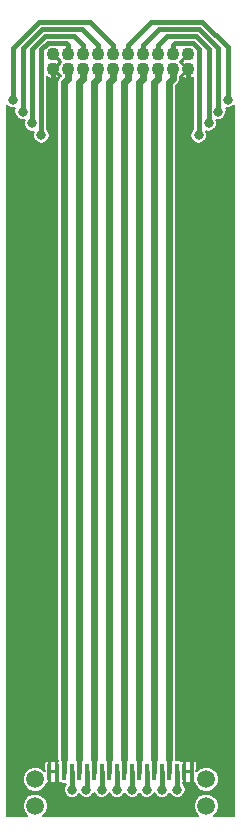
<source format=gtl>
G04 #@! TF.FileFunction,Copper,L1,Top,Signal*
%FSLAX46Y46*%
G04 Gerber Fmt 4.6, Leading zero omitted, Abs format (unit mm)*
G04 Created by KiCad (PCBNEW 4.1.0-alpha+201605071002+6776~44~ubuntu14.04.1-product) date Wed 29 Jun 2016 00:07:10 BST*
%MOMM*%
%LPD*%
G01*
G04 APERTURE LIST*
%ADD10C,0.100000*%
%ADD11C,1.500000*%
%ADD12R,0.380000X1.400000*%
%ADD13C,1.100000*%
%ADD14C,0.800000*%
%ADD15C,0.400000*%
%ADD16C,0.250000*%
%ADD17C,0.600000*%
%ADD18C,0.200000*%
G04 APERTURE END LIST*
D10*
D11*
X148760500Y-126540000D03*
X163239500Y-126540000D03*
X148760500Y-128790000D03*
X163239500Y-128790000D03*
D12*
X162032500Y-125890000D03*
X161397500Y-125890000D03*
X160762500Y-125890000D03*
X160127500Y-125890000D03*
X159492500Y-125890000D03*
X158857500Y-125890000D03*
X158222500Y-125890000D03*
X157587500Y-125890000D03*
X156952500Y-125890000D03*
X156317500Y-125890000D03*
X155682500Y-125890000D03*
X155047500Y-125890000D03*
X154412500Y-125890000D03*
X153777500Y-125890000D03*
X153142500Y-125890000D03*
X152507500Y-125890000D03*
X151872500Y-125890000D03*
X151237500Y-125890000D03*
X150602500Y-125890000D03*
X149967500Y-125890000D03*
D13*
X161715000Y-65159000D03*
X161715000Y-66429000D03*
X160445000Y-65159000D03*
X160445000Y-66429000D03*
X159175000Y-65159000D03*
X159175000Y-66429000D03*
X157905000Y-65159000D03*
X157905000Y-66429000D03*
X156635000Y-65159000D03*
X156635000Y-66429000D03*
X155365000Y-65159000D03*
X155365000Y-66429000D03*
X154095000Y-65159000D03*
X154095000Y-66429000D03*
X152825000Y-65159000D03*
X152825000Y-66429000D03*
X151555000Y-65159000D03*
X151555000Y-66429000D03*
X150285000Y-65159000D03*
X150285000Y-66429000D03*
D14*
X161715000Y-68000000D03*
X150285000Y-68000000D03*
X163000000Y-124000000D03*
X162000000Y-128000000D03*
X150000000Y-128000000D03*
X149000000Y-124000000D03*
X162500000Y-120000000D03*
X162500000Y-115000000D03*
X162500000Y-110000000D03*
X162500000Y-105000000D03*
X162500000Y-100000000D03*
X162500000Y-95000000D03*
X162500000Y-90000000D03*
X162500000Y-85000000D03*
X162500000Y-80000000D03*
X162500000Y-75000000D03*
X150000000Y-120000000D03*
X150000000Y-115000000D03*
X150000000Y-110000000D03*
X150000000Y-105000000D03*
X150000000Y-100000000D03*
X150000000Y-95000000D03*
X150000000Y-90000000D03*
X150000000Y-85000000D03*
X150000000Y-80000000D03*
X150000000Y-75000000D03*
X162615010Y-72000000D03*
X160800000Y-127400000D03*
X163465011Y-71000000D03*
X159500000Y-127400000D03*
X164265021Y-70000000D03*
X158200000Y-127400000D03*
X165065031Y-69000000D03*
X157000000Y-127400000D03*
X146899970Y-69000000D03*
X155700000Y-127400000D03*
X147699980Y-70000000D03*
X154400000Y-127400000D03*
X148499990Y-71000000D03*
X153100000Y-127400000D03*
X149300000Y-72000000D03*
X151900000Y-127400000D03*
D15*
X161715000Y-66429000D02*
X161715000Y-68000000D01*
X161715000Y-68000000D02*
X161715000Y-74215000D01*
X150285000Y-66429000D02*
X150285000Y-68000000D01*
X150285000Y-68000000D02*
X150285000Y-74715000D01*
D16*
X162032500Y-125890000D02*
X162032500Y-124967500D01*
X162032500Y-124967500D02*
X163000000Y-124000000D01*
X162032500Y-125890000D02*
X162032500Y-127967500D01*
X162032500Y-127967500D02*
X162000000Y-128000000D01*
X150602500Y-125890000D02*
X150602500Y-127397500D01*
X150602500Y-127397500D02*
X150000000Y-128000000D01*
X149967500Y-125890000D02*
X149967500Y-124967500D01*
X149967500Y-124967500D02*
X149000000Y-124000000D01*
D15*
X162500000Y-110000000D02*
X162500000Y-115000000D01*
X162500000Y-100000000D02*
X162500000Y-105000000D01*
X162500000Y-90000000D02*
X162500000Y-95000000D01*
X162500000Y-80000000D02*
X162500000Y-85000000D01*
X161715000Y-74215000D02*
X162500000Y-75000000D01*
X150000000Y-110000000D02*
X150000000Y-115000000D01*
X150000000Y-100000000D02*
X150000000Y-105000000D01*
X150000000Y-90000000D02*
X150000000Y-95000000D01*
X150000000Y-80000000D02*
X150000000Y-85000000D01*
X150285000Y-74715000D02*
X150000000Y-75000000D01*
X160445000Y-65159000D02*
X160445000Y-64381183D01*
X160445000Y-64381183D02*
X160617184Y-64208999D01*
X160617184Y-64208999D02*
X162171001Y-64208999D01*
X162171001Y-64208999D02*
X162665001Y-64702999D01*
X162665001Y-64702999D02*
X162665001Y-71950009D01*
X162665001Y-71950009D02*
X162615010Y-72000000D01*
X160762500Y-125890000D02*
X160762500Y-127362500D01*
X160762500Y-127362500D02*
X160800000Y-127400000D01*
D17*
X160127500Y-67524317D02*
X160445000Y-67206817D01*
X160445000Y-67206817D02*
X160445000Y-66429000D01*
X160127500Y-67524317D02*
X160127500Y-124790000D01*
D15*
X160127500Y-124790000D02*
X160127500Y-125890000D01*
X159175000Y-65159000D02*
X159175000Y-64381183D01*
X159175000Y-64381183D02*
X159947194Y-63608989D01*
X159947194Y-63608989D02*
X162419534Y-63608990D01*
X162419534Y-63608990D02*
X163465011Y-64654467D01*
X163465011Y-64654467D02*
X163465011Y-71000000D01*
X159492500Y-125890000D02*
X159492500Y-127392500D01*
X159492500Y-127392500D02*
X159500000Y-127400000D01*
D17*
X158857500Y-67524317D02*
X159175000Y-67206817D01*
X159175000Y-67206817D02*
X159175000Y-66429000D01*
X158857500Y-67524317D02*
X158857500Y-124790000D01*
D15*
X158857500Y-124790000D02*
X158857500Y-125890000D01*
X157905000Y-65159000D02*
X157905000Y-64381183D01*
X157905000Y-64381183D02*
X159277202Y-63008981D01*
X159277202Y-63008981D02*
X162668067Y-63008981D01*
X162668067Y-63008981D02*
X164265021Y-64605935D01*
X164265021Y-64605935D02*
X164265021Y-70000000D01*
X158222500Y-125890000D02*
X158222500Y-127377500D01*
X158222500Y-127377500D02*
X158200000Y-127400000D01*
D17*
X157587500Y-67524317D02*
X157905000Y-67206817D01*
X157905000Y-67206817D02*
X157905000Y-66429000D01*
X157587500Y-67524317D02*
X157587500Y-124790000D01*
D15*
X157587500Y-124790000D02*
X157587500Y-125890000D01*
X156635000Y-65159000D02*
X156635000Y-64381183D01*
X156635000Y-64381183D02*
X158607212Y-62408971D01*
X158607212Y-62408971D02*
X162916600Y-62408972D01*
X162916600Y-62408972D02*
X165065031Y-64557403D01*
X165065031Y-64557403D02*
X165065031Y-69000000D01*
X156952500Y-125890000D02*
X156952500Y-127352500D01*
X156952500Y-127352500D02*
X157000000Y-127400000D01*
D17*
X156317500Y-67524317D02*
X156635000Y-67206817D01*
X156635000Y-67206817D02*
X156635000Y-66429000D01*
X156317500Y-67524317D02*
X156317500Y-124790000D01*
D15*
X156317500Y-124790000D02*
X156317500Y-125890000D01*
X155365000Y-65159000D02*
X155365000Y-64381183D01*
X155365000Y-64381183D02*
X153392789Y-62408972D01*
X153392789Y-62408972D02*
X149083400Y-62408972D01*
X149083400Y-62408972D02*
X146899970Y-64592402D01*
X146899970Y-64592402D02*
X146899970Y-69000000D01*
X155682500Y-125890000D02*
X155682500Y-127382500D01*
X155682500Y-127382500D02*
X155700000Y-127400000D01*
D17*
X155047500Y-67524317D02*
X155365000Y-67206817D01*
X155365000Y-67206817D02*
X155365000Y-66429000D01*
X155047500Y-67524317D02*
X155047500Y-124790000D01*
D15*
X155047500Y-124790000D02*
X155047500Y-125890000D01*
X154412500Y-125890000D02*
X154412500Y-127387500D01*
X154095000Y-65159000D02*
X154095000Y-64381183D01*
X154095000Y-64381183D02*
X152722798Y-63008981D01*
X152722798Y-63008981D02*
X149331933Y-63008981D01*
X149331933Y-63008981D02*
X147699980Y-64640934D01*
X147699980Y-64640934D02*
X147699980Y-70000000D01*
X154412500Y-127387500D02*
X154400000Y-127400000D01*
D17*
X153777500Y-67524317D02*
X154095000Y-67206817D01*
X154095000Y-67206817D02*
X154095000Y-66429000D01*
X153777500Y-67524317D02*
X153777500Y-124790000D01*
D15*
X153777500Y-124790000D02*
X153777500Y-125890000D01*
X152825000Y-65159000D02*
X152825000Y-64381183D01*
X152825000Y-64381183D02*
X152052807Y-63608990D01*
X152052807Y-63608990D02*
X149580466Y-63608990D01*
X149580466Y-63608990D02*
X148499990Y-64689466D01*
X148499990Y-64689466D02*
X148499990Y-71000000D01*
X153142500Y-125890000D02*
X153142500Y-127357500D01*
X153142500Y-127357500D02*
X153100000Y-127400000D01*
D17*
X152507500Y-67524317D02*
X152825000Y-67206817D01*
X152825000Y-67206817D02*
X152825000Y-66429000D01*
X152507500Y-67524317D02*
X152507500Y-124790000D01*
D15*
X152507500Y-124790000D02*
X152507500Y-125890000D01*
X151555000Y-65159000D02*
X151555000Y-64381183D01*
X151555000Y-64381183D02*
X151382816Y-64208999D01*
X151382816Y-64208999D02*
X149828999Y-64208999D01*
X149828999Y-64208999D02*
X149300000Y-64737998D01*
X149300000Y-64737998D02*
X149300000Y-72000000D01*
X151872500Y-125890000D02*
X151872500Y-127372500D01*
X151872500Y-127372500D02*
X151900000Y-127400000D01*
D17*
X151237500Y-67524317D02*
X151555000Y-67206817D01*
X151555000Y-67206817D02*
X151555000Y-66429000D01*
X151237500Y-67524317D02*
X151237500Y-124790000D01*
D15*
X151237500Y-124790000D02*
X151237500Y-125890000D01*
D18*
G36*
X161799853Y-65144858D02*
X161785711Y-65159000D01*
X161799853Y-65173142D01*
X161729142Y-65243853D01*
X161715000Y-65229711D01*
X161218956Y-65725755D01*
X161251566Y-65794000D01*
X161218956Y-65862245D01*
X161715000Y-66358289D01*
X161729142Y-66344147D01*
X161799853Y-66414858D01*
X161785711Y-66429000D01*
X161799853Y-66443142D01*
X161729142Y-66513853D01*
X161715000Y-66499711D01*
X161218956Y-66995755D01*
X161276912Y-67117042D01*
X161573562Y-67232317D01*
X161891744Y-67225294D01*
X162153088Y-67117042D01*
X162165001Y-67092111D01*
X162165001Y-71460138D01*
X162021925Y-71602964D01*
X161915132Y-71860150D01*
X161914889Y-72138628D01*
X162021233Y-72396000D01*
X162217974Y-72593085D01*
X162475160Y-72699878D01*
X162753638Y-72700121D01*
X163011010Y-72593777D01*
X163208095Y-72397036D01*
X163314888Y-72139850D01*
X163315131Y-71861372D01*
X163232506Y-71661404D01*
X163325161Y-71699878D01*
X163603639Y-71700121D01*
X163861011Y-71593777D01*
X164058096Y-71397036D01*
X164164889Y-71139850D01*
X164165132Y-70861372D01*
X164092860Y-70686461D01*
X164125171Y-70699878D01*
X164403649Y-70700121D01*
X164661021Y-70593777D01*
X164858106Y-70397036D01*
X164964899Y-70139850D01*
X164965142Y-69861372D01*
X164892870Y-69686461D01*
X164925181Y-69699878D01*
X165203659Y-69700121D01*
X165461031Y-69593777D01*
X165625000Y-69430094D01*
X165625000Y-129625000D01*
X163889263Y-129625000D01*
X164129128Y-129385554D01*
X164289318Y-128999774D01*
X164289682Y-128582058D01*
X164130166Y-128196000D01*
X163835054Y-127900372D01*
X163449274Y-127740182D01*
X163031558Y-127739818D01*
X162645500Y-127899334D01*
X162349872Y-128194446D01*
X162189682Y-128580226D01*
X162189318Y-128997942D01*
X162348834Y-129384000D01*
X162589413Y-129625000D01*
X149410263Y-129625000D01*
X149650128Y-129385554D01*
X149810318Y-128999774D01*
X149810682Y-128582058D01*
X149651166Y-128196000D01*
X149356054Y-127900372D01*
X148970274Y-127740182D01*
X148552558Y-127739818D01*
X148166500Y-127899334D01*
X147870872Y-128194446D01*
X147710682Y-128580226D01*
X147710318Y-128997942D01*
X147869834Y-129384000D01*
X148110413Y-129625000D01*
X146375000Y-129625000D01*
X146375000Y-126747942D01*
X147710318Y-126747942D01*
X147869834Y-127134000D01*
X148164946Y-127429628D01*
X148550726Y-127589818D01*
X148968442Y-127590182D01*
X149354500Y-127430666D01*
X149650128Y-127135554D01*
X149772853Y-126840000D01*
X149855000Y-126840000D01*
X149917500Y-126777500D01*
X149917500Y-125940000D01*
X150017500Y-125940000D01*
X150017500Y-126777500D01*
X150080000Y-126840000D01*
X150207228Y-126840000D01*
X150285000Y-126807786D01*
X150362772Y-126840000D01*
X150490000Y-126840000D01*
X150552500Y-126777500D01*
X150552500Y-125940000D01*
X150017500Y-125940000D01*
X149917500Y-125940000D01*
X149897500Y-125940000D01*
X149897500Y-125840000D01*
X149917500Y-125840000D01*
X149917500Y-125002500D01*
X150017500Y-125002500D01*
X150017500Y-125840000D01*
X150552500Y-125840000D01*
X150552500Y-125002500D01*
X150490000Y-124940000D01*
X150362772Y-124940000D01*
X150285000Y-124972214D01*
X150207228Y-124940000D01*
X150080000Y-124940000D01*
X150017500Y-125002500D01*
X149917500Y-125002500D01*
X149855000Y-124940000D01*
X149727772Y-124940000D01*
X149635886Y-124978060D01*
X149565560Y-125048386D01*
X149527500Y-125140272D01*
X149527500Y-125777500D01*
X149589998Y-125839998D01*
X149545349Y-125839998D01*
X149356054Y-125650372D01*
X148970274Y-125490182D01*
X148552558Y-125489818D01*
X148166500Y-125649334D01*
X147870872Y-125944446D01*
X147710682Y-126330226D01*
X147710318Y-126747942D01*
X146375000Y-126747942D01*
X146375000Y-69464927D01*
X146502934Y-69593085D01*
X146760120Y-69699878D01*
X147038598Y-69700121D01*
X147072341Y-69686179D01*
X147000102Y-69860150D01*
X146999859Y-70138628D01*
X147106203Y-70396000D01*
X147302944Y-70593085D01*
X147560130Y-70699878D01*
X147838608Y-70700121D01*
X147872351Y-70686179D01*
X147800112Y-70860150D01*
X147799869Y-71138628D01*
X147906213Y-71396000D01*
X148102954Y-71593085D01*
X148360140Y-71699878D01*
X148638618Y-71700121D01*
X148672361Y-71686179D01*
X148600122Y-71860150D01*
X148599879Y-72138628D01*
X148706223Y-72396000D01*
X148902964Y-72593085D01*
X149160150Y-72699878D01*
X149438628Y-72700121D01*
X149696000Y-72593777D01*
X149893085Y-72397036D01*
X149999878Y-72139850D01*
X150000121Y-71861372D01*
X149893777Y-71604000D01*
X149800000Y-71510059D01*
X149800000Y-67018867D01*
X149846912Y-67117042D01*
X150143562Y-67232317D01*
X150461744Y-67225294D01*
X150723088Y-67117042D01*
X150781044Y-66995755D01*
X150285000Y-66499711D01*
X150270858Y-66513853D01*
X150200147Y-66443142D01*
X150214289Y-66429000D01*
X150200147Y-66414858D01*
X150270858Y-66344147D01*
X150285000Y-66358289D01*
X150781044Y-65862245D01*
X150748434Y-65794000D01*
X150781044Y-65725755D01*
X150285000Y-65229711D01*
X150270858Y-65243853D01*
X150200147Y-65173142D01*
X150214289Y-65159000D01*
X150200147Y-65144858D01*
X150270858Y-65074147D01*
X150285000Y-65088289D01*
X150299142Y-65074147D01*
X150369853Y-65144858D01*
X150355711Y-65159000D01*
X150832166Y-65635455D01*
X150833985Y-65639857D01*
X150987919Y-65794059D01*
X150834826Y-65946885D01*
X150832696Y-65952015D01*
X150355711Y-66429000D01*
X150832166Y-66905455D01*
X150833985Y-66909857D01*
X150918635Y-66994654D01*
X150813236Y-67100053D01*
X150683172Y-67294707D01*
X150637500Y-67524317D01*
X150637500Y-124790000D01*
X150675244Y-124979756D01*
X150652500Y-125002500D01*
X150652500Y-125840000D01*
X150672500Y-125840000D01*
X150672500Y-125940000D01*
X150652500Y-125940000D01*
X150652500Y-126777500D01*
X150715000Y-126840000D01*
X150842228Y-126840000D01*
X150866574Y-126829916D01*
X150930446Y-126872593D01*
X151047500Y-126895877D01*
X151372500Y-126895877D01*
X151372500Y-126937493D01*
X151306915Y-127002964D01*
X151200122Y-127260150D01*
X151199879Y-127538628D01*
X151306223Y-127796000D01*
X151502964Y-127993085D01*
X151760150Y-128099878D01*
X152038628Y-128100121D01*
X152296000Y-127993777D01*
X152493085Y-127797036D01*
X152499885Y-127780660D01*
X152506223Y-127796000D01*
X152702964Y-127993085D01*
X152960150Y-128099878D01*
X153238628Y-128100121D01*
X153496000Y-127993777D01*
X153693085Y-127797036D01*
X153750008Y-127659950D01*
X153806223Y-127796000D01*
X154002964Y-127993085D01*
X154260150Y-128099878D01*
X154538628Y-128100121D01*
X154796000Y-127993777D01*
X154993085Y-127797036D01*
X155050008Y-127659950D01*
X155106223Y-127796000D01*
X155302964Y-127993085D01*
X155560150Y-128099878D01*
X155838628Y-128100121D01*
X156096000Y-127993777D01*
X156293085Y-127797036D01*
X156350008Y-127659950D01*
X156406223Y-127796000D01*
X156602964Y-127993085D01*
X156860150Y-128099878D01*
X157138628Y-128100121D01*
X157396000Y-127993777D01*
X157593085Y-127797036D01*
X157599885Y-127780660D01*
X157606223Y-127796000D01*
X157802964Y-127993085D01*
X158060150Y-128099878D01*
X158338628Y-128100121D01*
X158596000Y-127993777D01*
X158793085Y-127797036D01*
X158850008Y-127659950D01*
X158906223Y-127796000D01*
X159102964Y-127993085D01*
X159360150Y-128099878D01*
X159638628Y-128100121D01*
X159896000Y-127993777D01*
X160093085Y-127797036D01*
X160150008Y-127659950D01*
X160206223Y-127796000D01*
X160402964Y-127993085D01*
X160660150Y-128099878D01*
X160938628Y-128100121D01*
X161196000Y-127993777D01*
X161393085Y-127797036D01*
X161499878Y-127539850D01*
X161500121Y-127261372D01*
X161393777Y-127004000D01*
X161262500Y-126872493D01*
X161262500Y-126840000D01*
X161285000Y-126840000D01*
X161347500Y-126777500D01*
X161347500Y-125940000D01*
X161447500Y-125940000D01*
X161447500Y-126777500D01*
X161510000Y-126840000D01*
X161637228Y-126840000D01*
X161715000Y-126807786D01*
X161792772Y-126840000D01*
X161920000Y-126840000D01*
X161982500Y-126777500D01*
X161982500Y-125940000D01*
X161447500Y-125940000D01*
X161347500Y-125940000D01*
X161327500Y-125940000D01*
X161327500Y-125840000D01*
X161347500Y-125840000D01*
X161347500Y-125002500D01*
X161447500Y-125002500D01*
X161447500Y-125840000D01*
X161982500Y-125840000D01*
X161982500Y-125002500D01*
X162082500Y-125002500D01*
X162082500Y-125840000D01*
X162102500Y-125840000D01*
X162102500Y-125940000D01*
X162082500Y-125940000D01*
X162082500Y-126777500D01*
X162145000Y-126840000D01*
X162227356Y-126840000D01*
X162348834Y-127134000D01*
X162643946Y-127429628D01*
X163029726Y-127589818D01*
X163447442Y-127590182D01*
X163833500Y-127430666D01*
X164129128Y-127135554D01*
X164289318Y-126749774D01*
X164289682Y-126332058D01*
X164130166Y-125946000D01*
X163835054Y-125650372D01*
X163449274Y-125490182D01*
X163031558Y-125489818D01*
X162645500Y-125649334D01*
X162454503Y-125839998D01*
X162410002Y-125839998D01*
X162472500Y-125777500D01*
X162472500Y-125140272D01*
X162434440Y-125048386D01*
X162364114Y-124978060D01*
X162272228Y-124940000D01*
X162145000Y-124940000D01*
X162082500Y-125002500D01*
X161982500Y-125002500D01*
X161920000Y-124940000D01*
X161792772Y-124940000D01*
X161715000Y-124972214D01*
X161637228Y-124940000D01*
X161510000Y-124940000D01*
X161447500Y-125002500D01*
X161347500Y-125002500D01*
X161285000Y-124940000D01*
X161157772Y-124940000D01*
X161133426Y-124950084D01*
X161069554Y-124907407D01*
X160952500Y-124884123D01*
X160708778Y-124884123D01*
X160727500Y-124790000D01*
X160727500Y-67772845D01*
X160869264Y-67631081D01*
X160999328Y-67436427D01*
X161045000Y-67206817D01*
X161045000Y-67031080D01*
X161165174Y-66911115D01*
X161167304Y-66905985D01*
X161644289Y-66429000D01*
X161167834Y-65952545D01*
X161166015Y-65948143D01*
X161012081Y-65793941D01*
X161165174Y-65641115D01*
X161167304Y-65635985D01*
X161644289Y-65159000D01*
X161630147Y-65144858D01*
X161700858Y-65074147D01*
X161715000Y-65088289D01*
X161729142Y-65074147D01*
X161799853Y-65144858D01*
X161799853Y-65144858D01*
G37*
X161799853Y-65144858D02*
X161785711Y-65159000D01*
X161799853Y-65173142D01*
X161729142Y-65243853D01*
X161715000Y-65229711D01*
X161218956Y-65725755D01*
X161251566Y-65794000D01*
X161218956Y-65862245D01*
X161715000Y-66358289D01*
X161729142Y-66344147D01*
X161799853Y-66414858D01*
X161785711Y-66429000D01*
X161799853Y-66443142D01*
X161729142Y-66513853D01*
X161715000Y-66499711D01*
X161218956Y-66995755D01*
X161276912Y-67117042D01*
X161573562Y-67232317D01*
X161891744Y-67225294D01*
X162153088Y-67117042D01*
X162165001Y-67092111D01*
X162165001Y-71460138D01*
X162021925Y-71602964D01*
X161915132Y-71860150D01*
X161914889Y-72138628D01*
X162021233Y-72396000D01*
X162217974Y-72593085D01*
X162475160Y-72699878D01*
X162753638Y-72700121D01*
X163011010Y-72593777D01*
X163208095Y-72397036D01*
X163314888Y-72139850D01*
X163315131Y-71861372D01*
X163232506Y-71661404D01*
X163325161Y-71699878D01*
X163603639Y-71700121D01*
X163861011Y-71593777D01*
X164058096Y-71397036D01*
X164164889Y-71139850D01*
X164165132Y-70861372D01*
X164092860Y-70686461D01*
X164125171Y-70699878D01*
X164403649Y-70700121D01*
X164661021Y-70593777D01*
X164858106Y-70397036D01*
X164964899Y-70139850D01*
X164965142Y-69861372D01*
X164892870Y-69686461D01*
X164925181Y-69699878D01*
X165203659Y-69700121D01*
X165461031Y-69593777D01*
X165625000Y-69430094D01*
X165625000Y-129625000D01*
X163889263Y-129625000D01*
X164129128Y-129385554D01*
X164289318Y-128999774D01*
X164289682Y-128582058D01*
X164130166Y-128196000D01*
X163835054Y-127900372D01*
X163449274Y-127740182D01*
X163031558Y-127739818D01*
X162645500Y-127899334D01*
X162349872Y-128194446D01*
X162189682Y-128580226D01*
X162189318Y-128997942D01*
X162348834Y-129384000D01*
X162589413Y-129625000D01*
X149410263Y-129625000D01*
X149650128Y-129385554D01*
X149810318Y-128999774D01*
X149810682Y-128582058D01*
X149651166Y-128196000D01*
X149356054Y-127900372D01*
X148970274Y-127740182D01*
X148552558Y-127739818D01*
X148166500Y-127899334D01*
X147870872Y-128194446D01*
X147710682Y-128580226D01*
X147710318Y-128997942D01*
X147869834Y-129384000D01*
X148110413Y-129625000D01*
X146375000Y-129625000D01*
X146375000Y-126747942D01*
X147710318Y-126747942D01*
X147869834Y-127134000D01*
X148164946Y-127429628D01*
X148550726Y-127589818D01*
X148968442Y-127590182D01*
X149354500Y-127430666D01*
X149650128Y-127135554D01*
X149772853Y-126840000D01*
X149855000Y-126840000D01*
X149917500Y-126777500D01*
X149917500Y-125940000D01*
X150017500Y-125940000D01*
X150017500Y-126777500D01*
X150080000Y-126840000D01*
X150207228Y-126840000D01*
X150285000Y-126807786D01*
X150362772Y-126840000D01*
X150490000Y-126840000D01*
X150552500Y-126777500D01*
X150552500Y-125940000D01*
X150017500Y-125940000D01*
X149917500Y-125940000D01*
X149897500Y-125940000D01*
X149897500Y-125840000D01*
X149917500Y-125840000D01*
X149917500Y-125002500D01*
X150017500Y-125002500D01*
X150017500Y-125840000D01*
X150552500Y-125840000D01*
X150552500Y-125002500D01*
X150490000Y-124940000D01*
X150362772Y-124940000D01*
X150285000Y-124972214D01*
X150207228Y-124940000D01*
X150080000Y-124940000D01*
X150017500Y-125002500D01*
X149917500Y-125002500D01*
X149855000Y-124940000D01*
X149727772Y-124940000D01*
X149635886Y-124978060D01*
X149565560Y-125048386D01*
X149527500Y-125140272D01*
X149527500Y-125777500D01*
X149589998Y-125839998D01*
X149545349Y-125839998D01*
X149356054Y-125650372D01*
X148970274Y-125490182D01*
X148552558Y-125489818D01*
X148166500Y-125649334D01*
X147870872Y-125944446D01*
X147710682Y-126330226D01*
X147710318Y-126747942D01*
X146375000Y-126747942D01*
X146375000Y-69464927D01*
X146502934Y-69593085D01*
X146760120Y-69699878D01*
X147038598Y-69700121D01*
X147072341Y-69686179D01*
X147000102Y-69860150D01*
X146999859Y-70138628D01*
X147106203Y-70396000D01*
X147302944Y-70593085D01*
X147560130Y-70699878D01*
X147838608Y-70700121D01*
X147872351Y-70686179D01*
X147800112Y-70860150D01*
X147799869Y-71138628D01*
X147906213Y-71396000D01*
X148102954Y-71593085D01*
X148360140Y-71699878D01*
X148638618Y-71700121D01*
X148672361Y-71686179D01*
X148600122Y-71860150D01*
X148599879Y-72138628D01*
X148706223Y-72396000D01*
X148902964Y-72593085D01*
X149160150Y-72699878D01*
X149438628Y-72700121D01*
X149696000Y-72593777D01*
X149893085Y-72397036D01*
X149999878Y-72139850D01*
X150000121Y-71861372D01*
X149893777Y-71604000D01*
X149800000Y-71510059D01*
X149800000Y-67018867D01*
X149846912Y-67117042D01*
X150143562Y-67232317D01*
X150461744Y-67225294D01*
X150723088Y-67117042D01*
X150781044Y-66995755D01*
X150285000Y-66499711D01*
X150270858Y-66513853D01*
X150200147Y-66443142D01*
X150214289Y-66429000D01*
X150200147Y-66414858D01*
X150270858Y-66344147D01*
X150285000Y-66358289D01*
X150781044Y-65862245D01*
X150748434Y-65794000D01*
X150781044Y-65725755D01*
X150285000Y-65229711D01*
X150270858Y-65243853D01*
X150200147Y-65173142D01*
X150214289Y-65159000D01*
X150200147Y-65144858D01*
X150270858Y-65074147D01*
X150285000Y-65088289D01*
X150299142Y-65074147D01*
X150369853Y-65144858D01*
X150355711Y-65159000D01*
X150832166Y-65635455D01*
X150833985Y-65639857D01*
X150987919Y-65794059D01*
X150834826Y-65946885D01*
X150832696Y-65952015D01*
X150355711Y-66429000D01*
X150832166Y-66905455D01*
X150833985Y-66909857D01*
X150918635Y-66994654D01*
X150813236Y-67100053D01*
X150683172Y-67294707D01*
X150637500Y-67524317D01*
X150637500Y-124790000D01*
X150675244Y-124979756D01*
X150652500Y-125002500D01*
X150652500Y-125840000D01*
X150672500Y-125840000D01*
X150672500Y-125940000D01*
X150652500Y-125940000D01*
X150652500Y-126777500D01*
X150715000Y-126840000D01*
X150842228Y-126840000D01*
X150866574Y-126829916D01*
X150930446Y-126872593D01*
X151047500Y-126895877D01*
X151372500Y-126895877D01*
X151372500Y-126937493D01*
X151306915Y-127002964D01*
X151200122Y-127260150D01*
X151199879Y-127538628D01*
X151306223Y-127796000D01*
X151502964Y-127993085D01*
X151760150Y-128099878D01*
X152038628Y-128100121D01*
X152296000Y-127993777D01*
X152493085Y-127797036D01*
X152499885Y-127780660D01*
X152506223Y-127796000D01*
X152702964Y-127993085D01*
X152960150Y-128099878D01*
X153238628Y-128100121D01*
X153496000Y-127993777D01*
X153693085Y-127797036D01*
X153750008Y-127659950D01*
X153806223Y-127796000D01*
X154002964Y-127993085D01*
X154260150Y-128099878D01*
X154538628Y-128100121D01*
X154796000Y-127993777D01*
X154993085Y-127797036D01*
X155050008Y-127659950D01*
X155106223Y-127796000D01*
X155302964Y-127993085D01*
X155560150Y-128099878D01*
X155838628Y-128100121D01*
X156096000Y-127993777D01*
X156293085Y-127797036D01*
X156350008Y-127659950D01*
X156406223Y-127796000D01*
X156602964Y-127993085D01*
X156860150Y-128099878D01*
X157138628Y-128100121D01*
X157396000Y-127993777D01*
X157593085Y-127797036D01*
X157599885Y-127780660D01*
X157606223Y-127796000D01*
X157802964Y-127993085D01*
X158060150Y-128099878D01*
X158338628Y-128100121D01*
X158596000Y-127993777D01*
X158793085Y-127797036D01*
X158850008Y-127659950D01*
X158906223Y-127796000D01*
X159102964Y-127993085D01*
X159360150Y-128099878D01*
X159638628Y-128100121D01*
X159896000Y-127993777D01*
X160093085Y-127797036D01*
X160150008Y-127659950D01*
X160206223Y-127796000D01*
X160402964Y-127993085D01*
X160660150Y-128099878D01*
X160938628Y-128100121D01*
X161196000Y-127993777D01*
X161393085Y-127797036D01*
X161499878Y-127539850D01*
X161500121Y-127261372D01*
X161393777Y-127004000D01*
X161262500Y-126872493D01*
X161262500Y-126840000D01*
X161285000Y-126840000D01*
X161347500Y-126777500D01*
X161347500Y-125940000D01*
X161447500Y-125940000D01*
X161447500Y-126777500D01*
X161510000Y-126840000D01*
X161637228Y-126840000D01*
X161715000Y-126807786D01*
X161792772Y-126840000D01*
X161920000Y-126840000D01*
X161982500Y-126777500D01*
X161982500Y-125940000D01*
X161447500Y-125940000D01*
X161347500Y-125940000D01*
X161327500Y-125940000D01*
X161327500Y-125840000D01*
X161347500Y-125840000D01*
X161347500Y-125002500D01*
X161447500Y-125002500D01*
X161447500Y-125840000D01*
X161982500Y-125840000D01*
X161982500Y-125002500D01*
X162082500Y-125002500D01*
X162082500Y-125840000D01*
X162102500Y-125840000D01*
X162102500Y-125940000D01*
X162082500Y-125940000D01*
X162082500Y-126777500D01*
X162145000Y-126840000D01*
X162227356Y-126840000D01*
X162348834Y-127134000D01*
X162643946Y-127429628D01*
X163029726Y-127589818D01*
X163447442Y-127590182D01*
X163833500Y-127430666D01*
X164129128Y-127135554D01*
X164289318Y-126749774D01*
X164289682Y-126332058D01*
X164130166Y-125946000D01*
X163835054Y-125650372D01*
X163449274Y-125490182D01*
X163031558Y-125489818D01*
X162645500Y-125649334D01*
X162454503Y-125839998D01*
X162410002Y-125839998D01*
X162472500Y-125777500D01*
X162472500Y-125140272D01*
X162434440Y-125048386D01*
X162364114Y-124978060D01*
X162272228Y-124940000D01*
X162145000Y-124940000D01*
X162082500Y-125002500D01*
X161982500Y-125002500D01*
X161920000Y-124940000D01*
X161792772Y-124940000D01*
X161715000Y-124972214D01*
X161637228Y-124940000D01*
X161510000Y-124940000D01*
X161447500Y-125002500D01*
X161347500Y-125002500D01*
X161285000Y-124940000D01*
X161157772Y-124940000D01*
X161133426Y-124950084D01*
X161069554Y-124907407D01*
X160952500Y-124884123D01*
X160708778Y-124884123D01*
X160727500Y-124790000D01*
X160727500Y-67772845D01*
X160869264Y-67631081D01*
X160999328Y-67436427D01*
X161045000Y-67206817D01*
X161045000Y-67031080D01*
X161165174Y-66911115D01*
X161167304Y-66905985D01*
X161644289Y-66429000D01*
X161167834Y-65952545D01*
X161166015Y-65948143D01*
X161012081Y-65793941D01*
X161165174Y-65641115D01*
X161167304Y-65635985D01*
X161644289Y-65159000D01*
X161630147Y-65144858D01*
X161700858Y-65074147D01*
X161715000Y-65088289D01*
X161729142Y-65074147D01*
X161799853Y-65144858D01*
M02*

</source>
